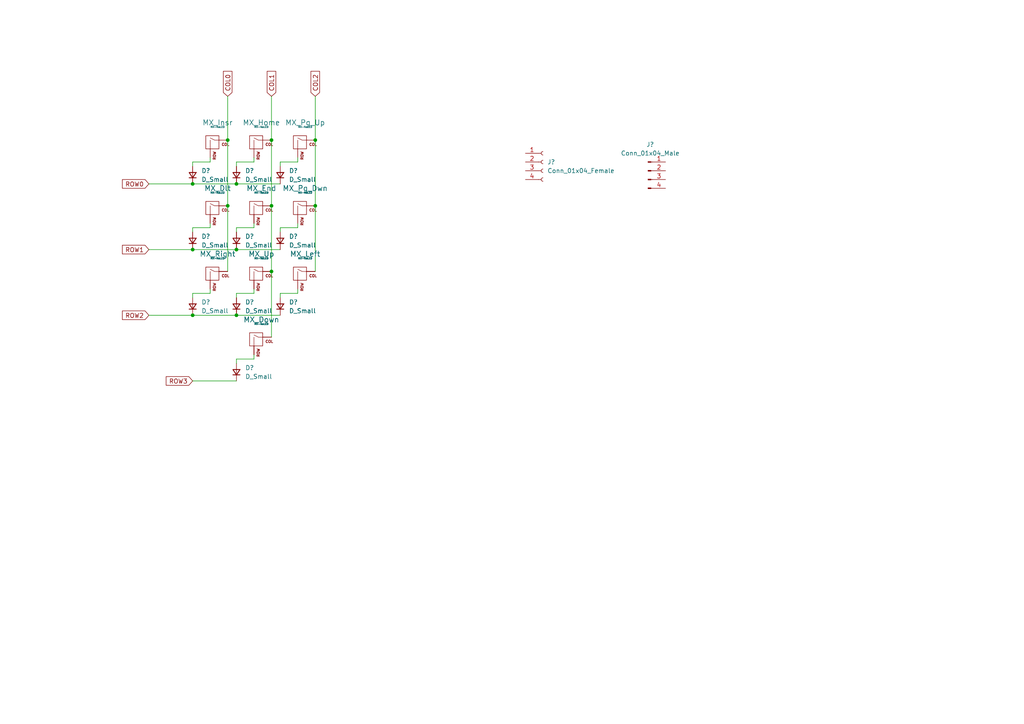
<source format=kicad_sch>
(kicad_sch (version 20211123) (generator eeschema)
  (paper "A4")
  (lib_symbols
    (symbol "Connector:Conn_01x04_Female" (pin_names (offset 1.016) hide)
      (property "Reference" "J" (at 0 5.08 0))
      (property "Value" "Conn_01x04_Female" (at 0 -7.62 0))
      (symbol "Conn_01x04_Female_1_1"
        (arc (start 0 -4.572) (mid -0.508 -5.08) (end 0 -5.588) (stroke (width 0.1524)))
        (arc (start 0 -2.032) (mid -0.508 -2.54) (end 0 -3.048) (stroke (width 0.1524)))
        (polyline (pts (xy -1.27 -5.08) (xy -0.508 -5.08)) (stroke (width 0.1524)))
        (polyline (pts (xy -1.27 -2.54) (xy -0.508 -2.54)) (stroke (width 0.1524)))
        (polyline (pts (xy -1.27 0) (xy -0.508 0)) (stroke (width 0.1524)))
        (polyline (pts (xy -1.27 2.54) (xy -0.508 2.54)) (stroke (width 0.1524)))
        (arc (start 0 0.508) (mid -0.508 0) (end 0 -0.508) (stroke (width 0.1524)))
        (arc (start 0 3.048) (mid -0.508 2.54) (end 0 2.032) (stroke (width 0.1524)))
        (pin passive line (at -5.08 2.54 0) (length 3.81) (name "Pin_1") (number "1"))
        (pin passive line (at -5.08 0 0) (length 3.81) (name "Pin_2") (number "2"))
        (pin passive line (at -5.08 -2.54 0) (length 3.81) (name "Pin_3") (number "3"))
        (pin passive line (at -5.08 -5.08 0) (length 3.81) (name "Pin_4") (number "4"))
      )
    )
    (symbol "Connector:Conn_01x04_Male" (pin_names (offset 1.016) hide)
      (property "Reference" "J" (at 0 5.08 0))
      (property "Value" "Conn_01x04_Male" (at 0 -7.62 0))
      (symbol "Conn_01x04_Male_1_1"
        (polyline (pts (xy 1.27 -5.08) (xy 0.8636 -5.08)) (stroke (width 0.1524)))
        (polyline (pts (xy 1.27 -2.54) (xy 0.8636 -2.54)) (stroke (width 0.1524)))
        (polyline (pts (xy 1.27 0) (xy 0.8636 0)) (stroke (width 0.1524)))
        (polyline (pts (xy 1.27 2.54) (xy 0.8636 2.54)) (stroke (width 0.1524)))
        (rectangle (start 0.8636 -4.953) (end 0 -5.207) (stroke (width 0.1524)) (fill (type outline)))
        (rectangle (start 0.8636 -2.413) (end 0 -2.667) (stroke (width 0.1524)) (fill (type outline)))
        (rectangle (start 0.8636 0.127) (end 0 -0.127) (stroke (width 0.1524)) (fill (type outline)))
        (rectangle (start 0.8636 2.667) (end 0 2.413) (stroke (width 0.1524)) (fill (type outline)))
        (pin passive line (at 5.08 2.54 180) (length 3.81) (name "Pin_1") (number "1"))
        (pin passive line (at 5.08 0 180) (length 3.81) (name "Pin_2") (number "2"))
        (pin passive line (at 5.08 -2.54 180) (length 3.81) (name "Pin_3") (number "3"))
        (pin passive line (at 5.08 -5.08 180) (length 3.81) (name "Pin_4") (number "4"))
      )
    )
    (symbol "Device:D_Small" (pin_numbers hide) (pin_names (offset 0.254) hide)
      (property "Reference" "D" (at -1.27 2.032 0))
      (property "Value" "D_Small" (at -3.81 -2.032 0))
      (symbol "D_Small_0_1"
        (polyline (pts (xy -0.762 -1.016) (xy -0.762 1.016)) (stroke (width 0.254)))
        (polyline (pts (xy -0.762 0) (xy 0.762 0)))
        (polyline (pts (xy 0.762 -1.016) (xy -0.762 0) (xy 0.762 1.016) (xy 0.762 -1.016)) (stroke (width 0.254)))
      )
      (symbol "D_Small_1_1"
        (pin passive line (at -2.54 0 0) (length 1.778) (name "K") (number "1"))
        (pin passive line (at 2.54 0 180) (length 1.778) (name "A") (number "2"))
      )
    )
    (symbol "MX_Alps_Hybrid:MX-NoLED" (pin_names (offset 1.016))
      (property "Reference" "MX" (at -0.635 3.81 0))
      (property "Value" "MX-NoLED" (at -0.635 1.27 0))
      (symbol "MX-NoLED_0_0"
        (rectangle (start -2.54 2.54) (end 1.27 -1.27))
        (polyline (pts (xy -1.27 -1.27) (xy -1.27 1.27)) (stroke (width 0.127)))
        (polyline (pts (xy 1.27 1.27) (xy 0 1.27) (xy -1.27 1.905)) (stroke (width 0.127)))
        (text "COL" (at 3.175 0 0) (effects (font (size 0.762 0.762))))
        (text "ROW" (at 0 -1.905 900) (effects (font (size 0.762 0.762)) (justify right)))
      )
      (symbol "MX-NoLED_1_1"
        (pin passive line (at 3.81 1.27 180) (length 2.54) (name "COL") (number "1"))
        (pin passive line (at -1.27 -3.81 90) (length 2.54) (name "ROW") (number "2"))
      )
    )
  )
  (junction (at 68.58 91.44))
  (junction (at 66.04 59.69))
  (junction (at 91.44 40.64))
  (junction (at 91.44 59.69))
  (junction (at 78.74 78.74))
  (junction (at 78.74 59.69))
  (junction (at 68.58 72.39))
  (junction (at 66.04 40.64))
  (junction (at 55.88 72.39))
  (junction (at 55.88 53.34))
  (junction (at 68.58 53.34))
  (junction (at 55.88 91.44))
  (junction (at 78.74 40.64))
  (wire (pts (xy 66.04 59.69) (xy 66.04 78.74)))
  (wire (pts (xy 73.66 102.87) (xy 73.66 104.14)))
  (wire (pts (xy 55.88 85.09) (xy 55.88 86.36)))
  (wire (pts (xy 60.96 83.82) (xy 60.96 85.09)))
  (wire (pts (xy 55.88 53.34) (xy 68.58 53.34)))
  (wire (pts (xy 66.04 40.64) (xy 66.04 59.69)))
  (wire (pts (xy 68.58 66.04) (xy 68.58 67.31)))
  (wire (pts (xy 55.88 110.49) (xy 68.58 110.49)))
  (wire (pts (xy 91.44 27.94) (xy 91.44 40.64)))
  (wire (pts (xy 78.74 59.69) (xy 78.74 78.74)))
  (wire (pts (xy 86.36 45.72) (xy 86.36 46.99)))
  (wire (pts (xy 60.96 85.09) (xy 55.88 85.09)))
  (wire (pts (xy 86.36 85.09) (xy 81.28 85.09)))
  (wire (pts (xy 43.18 72.39) (xy 55.88 72.39)))
  (wire (pts (xy 68.58 91.44) (xy 81.28 91.44)))
  (wire (pts (xy 68.58 104.14) (xy 68.58 105.41)))
  (wire (pts (xy 68.58 85.09) (xy 68.58 86.36)))
  (wire (pts (xy 55.88 66.04) (xy 55.88 67.31)))
  (wire (pts (xy 73.66 64.77) (xy 73.66 66.04)))
  (wire (pts (xy 73.66 104.14) (xy 68.58 104.14)))
  (wire (pts (xy 66.04 27.94) (xy 66.04 40.64)))
  (wire (pts (xy 68.58 46.99) (xy 68.58 48.26)))
  (wire (pts (xy 91.44 59.69) (xy 91.44 78.74)))
  (wire (pts (xy 73.66 66.04) (xy 68.58 66.04)))
  (wire (pts (xy 73.66 85.09) (xy 68.58 85.09)))
  (wire (pts (xy 86.36 66.04) (xy 81.28 66.04)))
  (wire (pts (xy 55.88 46.99) (xy 55.88 48.26)))
  (wire (pts (xy 91.44 40.64) (xy 91.44 59.69)))
  (wire (pts (xy 43.18 53.34) (xy 55.88 53.34)))
  (wire (pts (xy 86.36 83.82) (xy 86.36 85.09)))
  (wire (pts (xy 78.74 40.64) (xy 78.74 59.69)))
  (wire (pts (xy 55.88 91.44) (xy 68.58 91.44)))
  (wire (pts (xy 78.74 27.94) (xy 78.74 40.64)))
  (wire (pts (xy 60.96 66.04) (xy 55.88 66.04)))
  (wire (pts (xy 73.66 83.82) (xy 73.66 85.09)))
  (wire (pts (xy 81.28 85.09) (xy 81.28 86.36)))
  (wire (pts (xy 55.88 72.39) (xy 68.58 72.39)))
  (wire (pts (xy 81.28 66.04) (xy 81.28 67.31)))
  (wire (pts (xy 86.36 46.99) (xy 81.28 46.99)))
  (wire (pts (xy 81.28 46.99) (xy 81.28 48.26)))
  (wire (pts (xy 68.58 72.39) (xy 81.28 72.39)))
  (wire (pts (xy 68.58 53.34) (xy 81.28 53.34)))
  (wire (pts (xy 73.66 45.72) (xy 73.66 46.99)))
  (wire (pts (xy 60.96 46.99) (xy 55.88 46.99)))
  (wire (pts (xy 43.18 91.44) (xy 55.88 91.44)))
  (wire (pts (xy 78.74 78.74) (xy 78.74 97.79)))
  (wire (pts (xy 73.66 46.99) (xy 68.58 46.99)))
  (wire (pts (xy 60.96 45.72) (xy 60.96 46.99)))
  (wire (pts (xy 60.96 64.77) (xy 60.96 66.04)))
  (wire (pts (xy 86.36 64.77) (xy 86.36 66.04)))
  (global_label "ROW3" (shape input) (at 55.88 110.49 180) (property "Intersheet References" "${INTERSHEET_REFS}" (effects hide)))
  (global_label "ROW2" (shape input) (at 43.18 91.44 180) (property "Intersheet References" "${INTERSHEET_REFS}" (effects hide)))
  (global_label "ROW0" (shape input) (at 43.18 53.34 180) (property "Intersheet References" "${INTERSHEET_REFS}" (effects hide)))
  (global_label "ROW1" (shape input) (at 43.18 72.39 180) (property "Intersheet References" "${INTERSHEET_REFS}" (effects hide)))
  (global_label "COL0" (shape input) (at 66.04 27.94 90) (property "Intersheet References" "${INTERSHEET_REFS}" (effects hide)))
  (global_label "COL1" (shape input) (at 78.74 27.94 90) (property "Intersheet References" "${INTERSHEET_REFS}" (effects hide)))
  (global_label "COL2" (shape input) (at 91.44 27.94 90) (property "Intersheet References" "${INTERSHEET_REFS}" (effects hide)))
  (symbol (lib_id "Connector:Conn_01x04_Male") (at 187.96 49.53 0) (unit 1)
    (property "Reference" "J?" (at 188.595 41.91 0))
    (property "Value" "Conn_01x04_Male" (at 188.595 44.45 0))
  )
  (symbol (lib_id "Device:D_Small") (at 81.28 69.85 90) (unit 1)
    (property "Reference" "D?" (at 83.82 68.5799 90) (effects (justify right)))
    (property "Value" "D_Small" (at 83.82 71.1199 90) (effects (justify right)))
  )
  (symbol (lib_id "Connector:Conn_01x04_Female") (at 157.48 46.99 0) (unit 1)
    (property "Reference" "J?" (at 158.75 46.9899 0) (effects (justify left)))
    (property "Value" "Conn_01x04_Female" (at 158.75 49.5299 0) (effects (justify left)))
  )
  (symbol (lib_id "Device:D_Small") (at 55.88 88.9 90) (unit 1)
    (property "Reference" "D?" (at 58.42 87.6299 90) (effects (justify right)))
    (property "Value" "D_Small" (at 58.42 90.1699 90) (effects (justify right)))
  )
  (symbol (lib_id "MX_Alps_Hybrid:MX-NoLED") (at 62.23 80.01 0) (unit 1)
    (property "Reference" "MX_Right" (at 63.1156 73.66 0) (effects (font (size 1.524 1.524))))
    (property "Value" "MX-NoLED" (at 63.1156 74.93 0) (effects (font (size 0.508 0.508))))
  )
  (symbol (lib_id "Device:D_Small") (at 81.28 50.8 90) (unit 1)
    (property "Reference" "D?" (at 83.82 49.5299 90) (effects (justify right)))
    (property "Value" "D_Small" (at 83.82 52.0699 90) (effects (justify right)))
  )
  (symbol (lib_id "Device:D_Small") (at 81.28 88.9 90) (unit 1)
    (property "Reference" "D?" (at 83.82 87.6299 90) (effects (justify right)))
    (property "Value" "D_Small" (at 83.82 90.1699 90) (effects (justify right)))
  )
  (symbol (lib_id "Device:D_Small") (at 55.88 69.85 90) (unit 1)
    (property "Reference" "D?" (at 58.42 68.5799 90) (effects (justify right)))
    (property "Value" "D_Small" (at 58.42 71.1199 90) (effects (justify right)))
  )
  (symbol (lib_id "Device:D_Small") (at 68.58 69.85 90) (unit 1)
    (property "Reference" "D?" (at 71.12 68.5799 90) (effects (justify right)))
    (property "Value" "D_Small" (at 71.12 71.1199 90) (effects (justify right)))
  )
  (symbol (lib_id "Device:D_Small") (at 55.88 50.8 90) (unit 1)
    (property "Reference" "D?" (at 58.42 49.5299 90) (effects (justify right)))
    (property "Value" "D_Small" (at 58.42 52.0699 90) (effects (justify right)))
  )
  (symbol (lib_id "MX_Alps_Hybrid:MX-NoLED") (at 87.63 60.96 0) (unit 1)
    (property "Reference" "MX_Pg_Dwn" (at 88.5156 54.61 0) (effects (font (size 1.524 1.524))))
    (property "Value" "MX-NoLED" (at 88.5156 55.88 0) (effects (font (size 0.508 0.508))))
  )
  (symbol (lib_id "MX_Alps_Hybrid:MX-NoLED") (at 74.93 99.06 0) (unit 1)
    (property "Reference" "MX_Down" (at 75.8156 92.71 0) (effects (font (size 1.524 1.524))))
    (property "Value" "MX-NoLED" (at 75.8156 93.98 0) (effects (font (size 0.508 0.508))))
  )
  (symbol (lib_id "MX_Alps_Hybrid:MX-NoLED") (at 87.63 80.01 0) (unit 1)
    (property "Reference" "MX_Left" (at 88.5156 73.66 0) (effects (font (size 1.524 1.524))))
    (property "Value" "MX-NoLED" (at 88.5156 74.93 0) (effects (font (size 0.508 0.508))))
  )
  (symbol (lib_id "MX_Alps_Hybrid:MX-NoLED") (at 74.93 41.91 0) (unit 1)
    (property "Reference" "MX_Home" (at 75.8156 35.56 0) (effects (font (size 1.524 1.524))))
    (property "Value" "MX-NoLED" (at 75.8156 36.83 0) (effects (font (size 0.508 0.508))))
  )
  (symbol (lib_id "Device:D_Small") (at 68.58 50.8 90) (unit 1)
    (property "Reference" "D?" (at 71.12 49.5299 90) (effects (justify right)))
    (property "Value" "D_Small" (at 71.12 52.0699 90) (effects (justify right)))
  )
  (symbol (lib_id "MX_Alps_Hybrid:MX-NoLED") (at 74.93 80.01 0) (unit 1)
    (property "Reference" "MX_Up" (at 75.8156 73.66 0) (effects (font (size 1.524 1.524))))
    (property "Value" "MX-NoLED" (at 75.8156 74.93 0) (effects (font (size 0.508 0.508))))
  )
  (symbol (lib_id "Device:D_Small") (at 68.58 107.95 90) (unit 1)
    (property "Reference" "D?" (at 71.12 106.6799 90) (effects (justify right)))
    (property "Value" "D_Small" (at 71.12 109.2199 90) (effects (justify right)))
  )
  (symbol (lib_id "MX_Alps_Hybrid:MX-NoLED") (at 74.93 60.96 0) (unit 1)
    (property "Reference" "MX_End" (at 75.8156 54.61 0) (effects (font (size 1.524 1.524))))
    (property "Value" "MX-NoLED" (at 75.8156 55.88 0) (effects (font (size 0.508 0.508))))
  )
  (symbol (lib_id "Device:D_Small") (at 68.58 88.9 90) (unit 1)
    (property "Reference" "D?" (at 71.12 87.6299 90) (effects (justify right)))
    (property "Value" "D_Small" (at 71.12 90.1699 90) (effects (justify right)))
  )
  (symbol (lib_id "MX_Alps_Hybrid:MX-NoLED") (at 62.23 41.91 0) (unit 1)
    (property "Reference" "MX_Insr" (at 63.1156 35.56 0) (effects (font (size 1.524 1.524))))
    (property "Value" "MX-NoLED" (at 63.1156 36.83 0) (effects (font (size 0.508 0.508))))
  )
  (symbol (lib_id "MX_Alps_Hybrid:MX-NoLED") (at 62.23 60.96 0) (unit 1)
    (property "Reference" "MX_Dlt" (at 63.1156 54.61 0) (effects (font (size 1.524 1.524))))
    (property "Value" "MX-NoLED" (at 63.1156 55.88 0) (effects (font (size 0.508 0.508))))
  )
  (symbol (lib_id "MX_Alps_Hybrid:MX-NoLED") (at 87.63 41.91 0) (unit 1)
    (property "Reference" "MX_Pg_Up" (at 88.5156 35.56 0) (effects (font (size 1.524 1.524))))
    (property "Value" "MX-NoLED" (at 88.5156 36.83 0) (effects (font (size 0.508 0.508))))
  )
)
</source>
